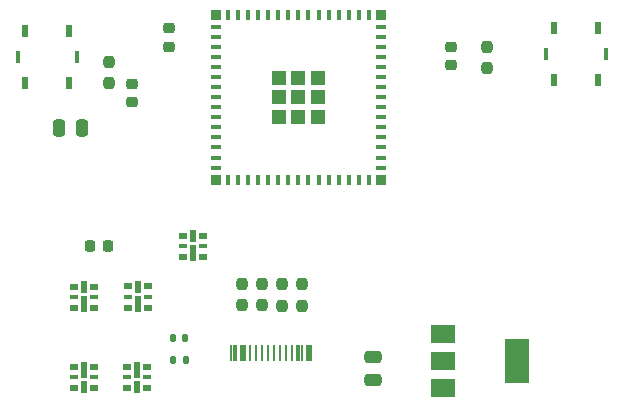
<source format=gbr>
%TF.GenerationSoftware,KiCad,Pcbnew,(6.0.4)*%
%TF.CreationDate,2022-06-24T22:40:59+02:00*%
%TF.ProjectId,ESP32_robot,45535033-325f-4726-9f62-6f742e6b6963,rev?*%
%TF.SameCoordinates,Original*%
%TF.FileFunction,Paste,Top*%
%TF.FilePolarity,Positive*%
%FSLAX46Y46*%
G04 Gerber Fmt 4.6, Leading zero omitted, Abs format (unit mm)*
G04 Created by KiCad (PCBNEW (6.0.4)) date 2022-06-24 22:40:59*
%MOMM*%
%LPD*%
G01*
G04 APERTURE LIST*
G04 Aperture macros list*
%AMRoundRect*
0 Rectangle with rounded corners*
0 $1 Rounding radius*
0 $2 $3 $4 $5 $6 $7 $8 $9 X,Y pos of 4 corners*
0 Add a 4 corners polygon primitive as box body*
4,1,4,$2,$3,$4,$5,$6,$7,$8,$9,$2,$3,0*
0 Add four circle primitives for the rounded corners*
1,1,$1+$1,$2,$3*
1,1,$1+$1,$4,$5*
1,1,$1+$1,$6,$7*
1,1,$1+$1,$8,$9*
0 Add four rect primitives between the rounded corners*
20,1,$1+$1,$2,$3,$4,$5,0*
20,1,$1+$1,$4,$5,$6,$7,0*
20,1,$1+$1,$6,$7,$8,$9,0*
20,1,$1+$1,$8,$9,$2,$3,0*%
G04 Aperture macros list end*
%ADD10RoundRect,0.225000X-0.250000X0.225000X-0.250000X-0.225000X0.250000X-0.225000X0.250000X0.225000X0*%
%ADD11R,0.250000X1.450000*%
%ADD12R,0.300000X1.450000*%
%ADD13RoundRect,0.237500X0.237500X-0.250000X0.237500X0.250000X-0.237500X0.250000X-0.237500X-0.250000X0*%
%ADD14R,0.812800X0.406400*%
%ADD15R,0.406400X0.812800*%
%ADD16R,1.193800X1.193800*%
%ADD17R,0.812800X0.812800*%
%ADD18RoundRect,0.250000X-0.250000X-0.475000X0.250000X-0.475000X0.250000X0.475000X-0.250000X0.475000X0*%
%ADD19R,2.000000X1.500000*%
%ADD20R,2.000000X3.800000*%
%ADD21RoundRect,0.250000X-0.475000X0.250000X-0.475000X-0.250000X0.475000X-0.250000X0.475000X0.250000X0*%
%ADD22RoundRect,0.135000X0.135000X0.185000X-0.135000X0.185000X-0.135000X-0.185000X0.135000X-0.185000X0*%
%ADD23R,0.500000X1.000000*%
%ADD24R,0.800000X0.500000*%
%ADD25R,0.800000X0.300000*%
%ADD26R,0.500000X1.480000*%
%ADD27R,0.450000X1.000000*%
%ADD28R,0.600000X1.000000*%
%ADD29RoundRect,0.218750X0.218750X0.256250X-0.218750X0.256250X-0.218750X-0.256250X0.218750X-0.256250X0*%
%ADD30RoundRect,0.135000X-0.135000X-0.185000X0.135000X-0.185000X0.135000X0.185000X-0.135000X0.185000X0*%
%ADD31RoundRect,0.225000X0.250000X-0.225000X0.250000X0.225000X-0.250000X0.225000X-0.250000X-0.225000X0*%
G04 APERTURE END LIST*
D10*
%TO.C,C3*%
X95732600Y-47244000D03*
X95732600Y-48794000D03*
%TD*%
D11*
%TO.C,J1*%
X100993600Y-74775400D03*
X101793600Y-74775400D03*
X103118600Y-74775400D03*
X104118600Y-74775400D03*
X104618600Y-74775400D03*
X105618600Y-74775400D03*
X106943600Y-74775400D03*
X107743600Y-74775400D03*
D12*
X107468600Y-74775400D03*
X106668600Y-74775400D03*
D11*
X106118600Y-74775400D03*
X105118600Y-74775400D03*
X103618600Y-74775400D03*
X102618600Y-74775400D03*
D12*
X102068600Y-74775400D03*
X101268600Y-74775400D03*
%TD*%
D13*
%TO.C,R5*%
X122645750Y-50630100D03*
X122645750Y-48805100D03*
%TD*%
D14*
%TO.C,U1*%
X99680001Y-47138514D03*
X99680001Y-47988515D03*
X99680001Y-48838515D03*
X99680001Y-49688514D03*
X99680001Y-50538515D03*
X99680001Y-51388515D03*
X99680001Y-52238514D03*
X99680001Y-53088515D03*
X99680001Y-53938515D03*
X99680001Y-54788514D03*
X99680001Y-55638515D03*
X99680001Y-56488515D03*
X99680001Y-57338514D03*
X99680001Y-58188515D03*
X99680001Y-59038515D03*
D15*
X100729999Y-60088513D03*
X101580000Y-60088513D03*
X102430001Y-60088513D03*
X103279999Y-60088513D03*
X104130000Y-60088513D03*
X104980001Y-60088513D03*
X105829999Y-60088513D03*
X106680000Y-60088513D03*
X107530001Y-60088513D03*
X108379999Y-60088513D03*
X109230000Y-60088513D03*
X110080001Y-60088513D03*
X110929999Y-60088513D03*
X111780000Y-60088513D03*
X112630001Y-60088513D03*
D14*
X113679999Y-59038515D03*
X113679999Y-58188515D03*
X113679999Y-57338514D03*
X113679999Y-56488515D03*
X113679999Y-55638515D03*
X113679999Y-54788514D03*
X113679999Y-53938515D03*
X113679999Y-53088515D03*
X113679999Y-52238514D03*
X113679999Y-51388515D03*
X113679999Y-50538515D03*
X113679999Y-49688514D03*
X113679999Y-48838515D03*
X113679999Y-47988515D03*
X113679999Y-47138514D03*
D15*
X112630001Y-46088516D03*
X111780000Y-46088516D03*
X110929999Y-46088516D03*
X110080001Y-46088516D03*
X109230000Y-46088516D03*
X108379999Y-46088516D03*
X107530001Y-46088516D03*
X106680000Y-46088516D03*
X105829999Y-46088516D03*
X104980001Y-46088516D03*
X104130000Y-46088516D03*
X103279999Y-46088516D03*
X102430001Y-46088516D03*
X101580000Y-46088516D03*
X100729999Y-46088516D03*
D16*
X106680000Y-53088515D03*
D17*
X99680001Y-46088516D03*
X99680001Y-60088516D03*
X113679999Y-60088516D03*
X113679999Y-46088516D03*
D16*
X105030000Y-51438515D03*
X106680000Y-51438515D03*
X108330000Y-51438515D03*
X105030000Y-53088515D03*
X108330000Y-53088515D03*
X105030000Y-54738515D03*
X106680000Y-54738515D03*
X108330000Y-54738515D03*
%TD*%
D18*
%TO.C,C2*%
X86450000Y-55700000D03*
X88350000Y-55700000D03*
%TD*%
D13*
%TO.C,R3*%
X101904800Y-70704100D03*
X101904800Y-68879100D03*
%TD*%
D19*
%TO.C,U2*%
X118917800Y-73140400D03*
X118917800Y-75440400D03*
X118917800Y-77740400D03*
D20*
X125217800Y-75440400D03*
%TD*%
D21*
%TO.C,C1*%
X113000000Y-75100000D03*
X113000000Y-77000000D03*
%TD*%
D22*
%TO.C,R8*%
X97120000Y-75300000D03*
X96100000Y-75300000D03*
%TD*%
D23*
%TO.C,D2*%
X93100000Y-69170000D03*
D24*
X92250000Y-69100000D03*
D25*
X92250000Y-70000000D03*
D24*
X92250000Y-70900000D03*
X93950000Y-70900000D03*
D25*
X93950000Y-70000000D03*
D24*
X93950000Y-69100000D03*
D26*
X93100000Y-70590000D03*
%TD*%
D13*
%TO.C,R1*%
X103581200Y-70706000D03*
X103581200Y-68881000D03*
%TD*%
%TO.C,R6*%
X90627200Y-51888400D03*
X90627200Y-50063400D03*
%TD*%
D27*
%TO.C,SW2*%
X82895200Y-49707800D03*
X87945200Y-49707800D03*
D28*
X83570200Y-51907800D03*
X83570200Y-47507800D03*
X87270200Y-51907800D03*
X87270200Y-47507800D03*
%TD*%
D27*
%TO.C,SW1*%
X132714550Y-49463600D03*
X127664550Y-49463600D03*
D28*
X132039550Y-51663600D03*
X132039550Y-47263600D03*
X128339550Y-51663600D03*
X128339550Y-47263600D03*
%TD*%
D23*
%TO.C,D3*%
X88550000Y-69180000D03*
D24*
X87700000Y-69110000D03*
D25*
X87700000Y-70010000D03*
D24*
X87700000Y-70910000D03*
X89400000Y-70910000D03*
D25*
X89400000Y-70010000D03*
D26*
X88550000Y-70600000D03*
D24*
X89400000Y-69110000D03*
%TD*%
D23*
%TO.C,D4*%
X88550000Y-77630000D03*
D24*
X89400000Y-77700000D03*
D25*
X89400000Y-76800000D03*
D24*
X89400000Y-75900000D03*
X87700000Y-75900000D03*
D25*
X87700000Y-76800000D03*
D26*
X88550000Y-76210000D03*
D24*
X87700000Y-77700000D03*
%TD*%
D29*
%TO.C,D6*%
X90577500Y-65690000D03*
X89002500Y-65690000D03*
%TD*%
D23*
%TO.C,D1*%
X97750000Y-64870000D03*
D24*
X96900000Y-64800000D03*
D25*
X96900000Y-65700000D03*
D24*
X96900000Y-66600000D03*
X98600000Y-66600000D03*
D25*
X98600000Y-65700000D03*
D24*
X98600000Y-64800000D03*
D26*
X97750000Y-66290000D03*
%TD*%
D30*
%TO.C,R7*%
X96045000Y-73500000D03*
X97065000Y-73500000D03*
%TD*%
D10*
%TO.C,C4*%
X119623150Y-48815600D03*
X119623150Y-50365600D03*
%TD*%
D13*
%TO.C,R2*%
X105257600Y-70735200D03*
X105257600Y-68910200D03*
%TD*%
D24*
%TO.C,D5*%
X93900000Y-77700000D03*
D23*
X93050000Y-77630000D03*
D25*
X93900000Y-76800000D03*
D24*
X93900000Y-75900000D03*
X92200000Y-75900000D03*
D25*
X92200000Y-76800000D03*
D24*
X92200000Y-77700000D03*
D26*
X93050000Y-76210000D03*
%TD*%
D31*
%TO.C,C5*%
X92583000Y-53518400D03*
X92583000Y-51968400D03*
%TD*%
D13*
%TO.C,R4*%
X107010200Y-70754900D03*
X107010200Y-68929900D03*
%TD*%
M02*

</source>
